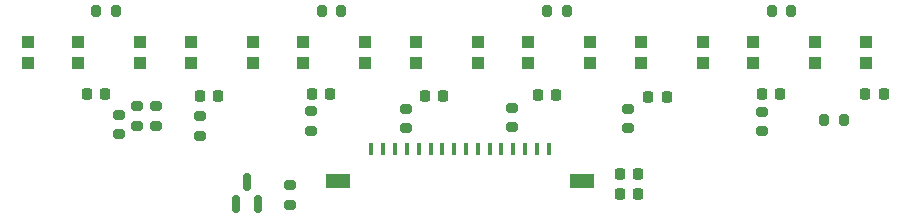
<source format=gbp>
G04 #@! TF.GenerationSoftware,KiCad,Pcbnew,7.0.1*
G04 #@! TF.CreationDate,2023-11-28T21:46:24+01:00*
G04 #@! TF.ProjectId,Qtr-8-SN,5174722d-382d-4534-9e2e-6b696361645f,rev?*
G04 #@! TF.SameCoordinates,Original*
G04 #@! TF.FileFunction,Paste,Bot*
G04 #@! TF.FilePolarity,Positive*
%FSLAX46Y46*%
G04 Gerber Fmt 4.6, Leading zero omitted, Abs format (unit mm)*
G04 Created by KiCad (PCBNEW 7.0.1) date 2023-11-28 21:46:24*
%MOMM*%
%LPD*%
G01*
G04 APERTURE LIST*
G04 Aperture macros list*
%AMRoundRect*
0 Rectangle with rounded corners*
0 $1 Rounding radius*
0 $2 $3 $4 $5 $6 $7 $8 $9 X,Y pos of 4 corners*
0 Add a 4 corners polygon primitive as box body*
4,1,4,$2,$3,$4,$5,$6,$7,$8,$9,$2,$3,0*
0 Add four circle primitives for the rounded corners*
1,1,$1+$1,$2,$3*
1,1,$1+$1,$4,$5*
1,1,$1+$1,$6,$7*
1,1,$1+$1,$8,$9*
0 Add four rect primitives between the rounded corners*
20,1,$1+$1,$2,$3,$4,$5,0*
20,1,$1+$1,$4,$5,$6,$7,0*
20,1,$1+$1,$6,$7,$8,$9,0*
20,1,$1+$1,$8,$9,$2,$3,0*%
G04 Aperture macros list end*
%ADD10RoundRect,0.200000X-0.275000X0.200000X-0.275000X-0.200000X0.275000X-0.200000X0.275000X0.200000X0*%
%ADD11RoundRect,0.225000X-0.225000X-0.250000X0.225000X-0.250000X0.225000X0.250000X-0.225000X0.250000X0*%
%ADD12R,1.000000X1.000000*%
%ADD13RoundRect,0.200000X0.200000X0.275000X-0.200000X0.275000X-0.200000X-0.275000X0.200000X-0.275000X0*%
%ADD14RoundRect,0.225000X0.225000X0.250000X-0.225000X0.250000X-0.225000X-0.250000X0.225000X-0.250000X0*%
%ADD15RoundRect,0.150000X0.150000X-0.587500X0.150000X0.587500X-0.150000X0.587500X-0.150000X-0.587500X0*%
%ADD16R,0.400000X1.000000*%
%ADD17R,2.000000X1.300000*%
G04 APERTURE END LIST*
D10*
X119329200Y-137820400D03*
X119329200Y-139470400D03*
D11*
X81229200Y-136296400D03*
X82779200Y-136296400D03*
D12*
X95242600Y-131894600D03*
X95242600Y-133694600D03*
X99542600Y-133694600D03*
X99542600Y-131894600D03*
D11*
X109702000Y-136601200D03*
X111252000Y-136601200D03*
X62179200Y-136347200D03*
X63729200Y-136347200D03*
D13*
X121779800Y-129286000D03*
X120129800Y-129286000D03*
D10*
X68021200Y-137363200D03*
X68021200Y-139013200D03*
D12*
X123817600Y-131905600D03*
X123817600Y-133705600D03*
X128117600Y-133705600D03*
X128117600Y-131905600D03*
D14*
X108838400Y-144780000D03*
X107288400Y-144780000D03*
D10*
X108000800Y-137554200D03*
X108000800Y-139204200D03*
D11*
X128066800Y-136347200D03*
X129616800Y-136347200D03*
D15*
X75700400Y-143753600D03*
X76650400Y-145628600D03*
X74750400Y-145628600D03*
D13*
X126250200Y-138531600D03*
X124600200Y-138531600D03*
D10*
X98196400Y-137464800D03*
X98196400Y-139114800D03*
X64871600Y-138050000D03*
X64871600Y-139700000D03*
X81127600Y-137769600D03*
X81127600Y-139419600D03*
D14*
X108813600Y-143103600D03*
X107263600Y-143103600D03*
D13*
X102792800Y-129286000D03*
X101142800Y-129286000D03*
D10*
X89154000Y-137554200D03*
X89154000Y-139204200D03*
D11*
X90766600Y-136448800D03*
X92316600Y-136448800D03*
D13*
X83718400Y-129286000D03*
X82068400Y-129286000D03*
D12*
X114292600Y-131905600D03*
X114292600Y-133705600D03*
X118592600Y-133705600D03*
X118592600Y-131905600D03*
D10*
X66395600Y-137338800D03*
X66395600Y-138988800D03*
D12*
X57142600Y-131905600D03*
X57142600Y-133705600D03*
X61442600Y-133705600D03*
X61442600Y-131905600D03*
X85717600Y-131905600D03*
X85717600Y-133705600D03*
X90017600Y-133705600D03*
X90017600Y-131905600D03*
D11*
X71716600Y-136448800D03*
X73266600Y-136448800D03*
D13*
X64617600Y-129286000D03*
X62967600Y-129286000D03*
D10*
X79400400Y-144018000D03*
X79400400Y-145668000D03*
D16*
X101255600Y-140970000D03*
X100255600Y-140970000D03*
X99255600Y-140970000D03*
X98255600Y-140970000D03*
X97255600Y-140970000D03*
X96255600Y-140970000D03*
X95255600Y-140970000D03*
X94255600Y-140970000D03*
X93255600Y-140970000D03*
X92255600Y-140970000D03*
X91255600Y-140970000D03*
X90255600Y-140970000D03*
X89255600Y-140970000D03*
X88255600Y-140970000D03*
X87255600Y-140970000D03*
X86255600Y-140970000D03*
D17*
X104055600Y-143670000D03*
X83455600Y-143670000D03*
D11*
X100330000Y-136398000D03*
X101880000Y-136398000D03*
X119329200Y-136347200D03*
X120879200Y-136347200D03*
D12*
X76192600Y-131905600D03*
X76192600Y-133705600D03*
X80492600Y-133705600D03*
X80492600Y-131905600D03*
X66667600Y-131905600D03*
X66667600Y-133705600D03*
X70967600Y-133705600D03*
X70967600Y-131905600D03*
D10*
X71729600Y-138176000D03*
X71729600Y-139826000D03*
D12*
X104767600Y-131894600D03*
X104767600Y-133694600D03*
X109067600Y-133694600D03*
X109067600Y-131894600D03*
M02*

</source>
